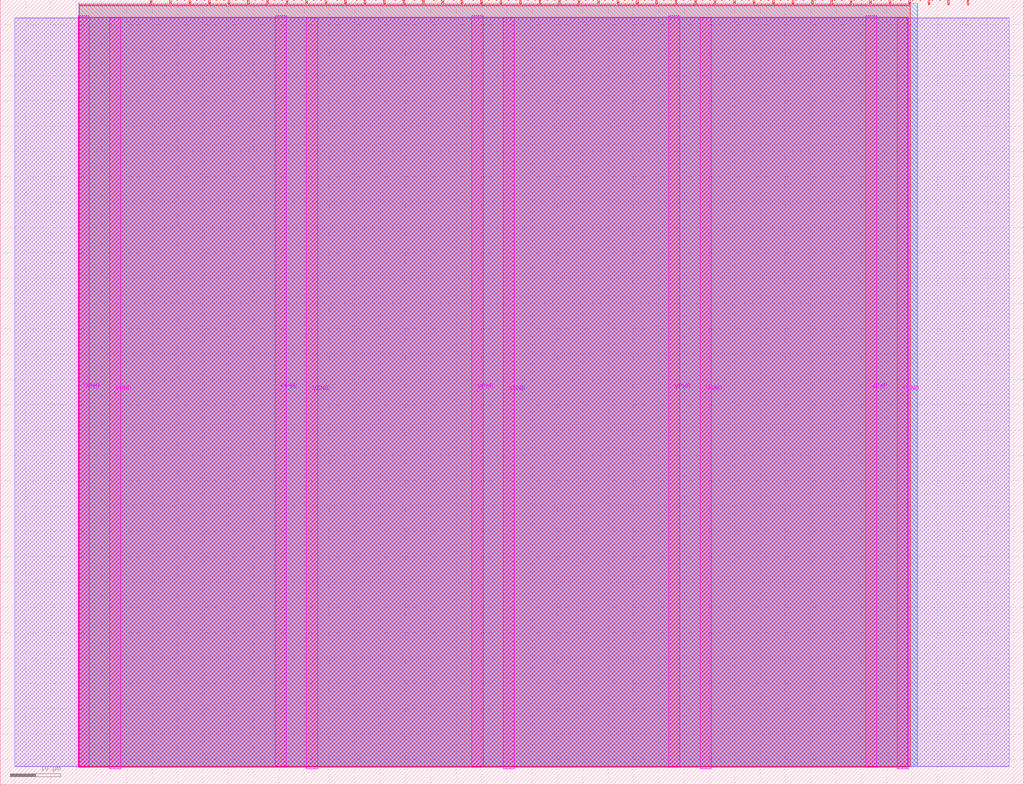
<source format=lef>
VERSION 5.7 ;
  NOWIREEXTENSIONATPIN ON ;
  DIVIDERCHAR "/" ;
  BUSBITCHARS "[]" ;
MACRO tt_um_wokwi_455303279765848065
  CLASS BLOCK ;
  FOREIGN tt_um_wokwi_455303279765848065 ;
  ORIGIN 0.000 0.000 ;
  SIZE 202.080 BY 154.980 ;
  PIN VGND
    DIRECTION INOUT ;
    USE GROUND ;
    PORT
      LAYER TopMetal1 ;
        RECT 21.580 3.150 23.780 151.420 ;
    END
    PORT
      LAYER TopMetal1 ;
        RECT 60.450 3.150 62.650 151.420 ;
    END
    PORT
      LAYER TopMetal1 ;
        RECT 99.320 3.150 101.520 151.420 ;
    END
    PORT
      LAYER TopMetal1 ;
        RECT 138.190 3.150 140.390 151.420 ;
    END
    PORT
      LAYER TopMetal1 ;
        RECT 177.060 3.150 179.260 151.420 ;
    END
  END VGND
  PIN VPWR
    DIRECTION INOUT ;
    USE POWER ;
    PORT
      LAYER TopMetal1 ;
        RECT 15.380 3.560 17.580 151.830 ;
    END
    PORT
      LAYER TopMetal1 ;
        RECT 54.250 3.560 56.450 151.830 ;
    END
    PORT
      LAYER TopMetal1 ;
        RECT 93.120 3.560 95.320 151.830 ;
    END
    PORT
      LAYER TopMetal1 ;
        RECT 131.990 3.560 134.190 151.830 ;
    END
    PORT
      LAYER TopMetal1 ;
        RECT 170.860 3.560 173.060 151.830 ;
    END
  END VPWR
  PIN clk
    DIRECTION INPUT ;
    USE SIGNAL ;
    PORT
      LAYER Metal4 ;
        RECT 187.050 153.980 187.350 154.980 ;
    END
  END clk
  PIN ena
    DIRECTION INPUT ;
    USE SIGNAL ;
    PORT
      LAYER Metal4 ;
        RECT 190.890 153.980 191.190 154.980 ;
    END
  END ena
  PIN rst_n
    DIRECTION INPUT ;
    USE SIGNAL ;
    PORT
      LAYER Metal4 ;
        RECT 183.210 153.980 183.510 154.980 ;
    END
  END rst_n
  PIN ui_in[0]
    DIRECTION INPUT ;
    USE SIGNAL ;
    ANTENNAGATEAREA 0.180700 ;
    PORT
      LAYER Metal4 ;
        RECT 179.370 153.980 179.670 154.980 ;
    END
  END ui_in[0]
  PIN ui_in[1]
    DIRECTION INPUT ;
    USE SIGNAL ;
    ANTENNAGATEAREA 0.180700 ;
    PORT
      LAYER Metal4 ;
        RECT 175.530 153.980 175.830 154.980 ;
    END
  END ui_in[1]
  PIN ui_in[2]
    DIRECTION INPUT ;
    USE SIGNAL ;
    ANTENNAGATEAREA 0.180700 ;
    PORT
      LAYER Metal4 ;
        RECT 171.690 153.980 171.990 154.980 ;
    END
  END ui_in[2]
  PIN ui_in[3]
    DIRECTION INPUT ;
    USE SIGNAL ;
    ANTENNAGATEAREA 0.180700 ;
    PORT
      LAYER Metal4 ;
        RECT 167.850 153.980 168.150 154.980 ;
    END
  END ui_in[3]
  PIN ui_in[4]
    DIRECTION INPUT ;
    USE SIGNAL ;
    ANTENNAGATEAREA 0.180700 ;
    PORT
      LAYER Metal4 ;
        RECT 164.010 153.980 164.310 154.980 ;
    END
  END ui_in[4]
  PIN ui_in[5]
    DIRECTION INPUT ;
    USE SIGNAL ;
    ANTENNAGATEAREA 0.180700 ;
    PORT
      LAYER Metal4 ;
        RECT 160.170 153.980 160.470 154.980 ;
    END
  END ui_in[5]
  PIN ui_in[6]
    DIRECTION INPUT ;
    USE SIGNAL ;
    ANTENNAGATEAREA 0.180700 ;
    PORT
      LAYER Metal4 ;
        RECT 156.330 153.980 156.630 154.980 ;
    END
  END ui_in[6]
  PIN ui_in[7]
    DIRECTION INPUT ;
    USE SIGNAL ;
    ANTENNAGATEAREA 0.180700 ;
    PORT
      LAYER Metal4 ;
        RECT 152.490 153.980 152.790 154.980 ;
    END
  END ui_in[7]
  PIN uio_in[0]
    DIRECTION INPUT ;
    USE SIGNAL ;
    PORT
      LAYER Metal4 ;
        RECT 148.650 153.980 148.950 154.980 ;
    END
  END uio_in[0]
  PIN uio_in[1]
    DIRECTION INPUT ;
    USE SIGNAL ;
    PORT
      LAYER Metal4 ;
        RECT 144.810 153.980 145.110 154.980 ;
    END
  END uio_in[1]
  PIN uio_in[2]
    DIRECTION INPUT ;
    USE SIGNAL ;
    PORT
      LAYER Metal4 ;
        RECT 140.970 153.980 141.270 154.980 ;
    END
  END uio_in[2]
  PIN uio_in[3]
    DIRECTION INPUT ;
    USE SIGNAL ;
    PORT
      LAYER Metal4 ;
        RECT 137.130 153.980 137.430 154.980 ;
    END
  END uio_in[3]
  PIN uio_in[4]
    DIRECTION INPUT ;
    USE SIGNAL ;
    PORT
      LAYER Metal4 ;
        RECT 133.290 153.980 133.590 154.980 ;
    END
  END uio_in[4]
  PIN uio_in[5]
    DIRECTION INPUT ;
    USE SIGNAL ;
    PORT
      LAYER Metal4 ;
        RECT 129.450 153.980 129.750 154.980 ;
    END
  END uio_in[5]
  PIN uio_in[6]
    DIRECTION INPUT ;
    USE SIGNAL ;
    PORT
      LAYER Metal4 ;
        RECT 125.610 153.980 125.910 154.980 ;
    END
  END uio_in[6]
  PIN uio_in[7]
    DIRECTION INPUT ;
    USE SIGNAL ;
    PORT
      LAYER Metal4 ;
        RECT 121.770 153.980 122.070 154.980 ;
    END
  END uio_in[7]
  PIN uio_oe[0]
    DIRECTION OUTPUT ;
    USE SIGNAL ;
    ANTENNADIFFAREA 0.299200 ;
    PORT
      LAYER Metal4 ;
        RECT 56.490 153.980 56.790 154.980 ;
    END
  END uio_oe[0]
  PIN uio_oe[1]
    DIRECTION OUTPUT ;
    USE SIGNAL ;
    ANTENNADIFFAREA 0.299200 ;
    PORT
      LAYER Metal4 ;
        RECT 52.650 153.980 52.950 154.980 ;
    END
  END uio_oe[1]
  PIN uio_oe[2]
    DIRECTION OUTPUT ;
    USE SIGNAL ;
    ANTENNADIFFAREA 0.299200 ;
    PORT
      LAYER Metal4 ;
        RECT 48.810 153.980 49.110 154.980 ;
    END
  END uio_oe[2]
  PIN uio_oe[3]
    DIRECTION OUTPUT ;
    USE SIGNAL ;
    ANTENNADIFFAREA 0.299200 ;
    PORT
      LAYER Metal4 ;
        RECT 44.970 153.980 45.270 154.980 ;
    END
  END uio_oe[3]
  PIN uio_oe[4]
    DIRECTION OUTPUT ;
    USE SIGNAL ;
    ANTENNADIFFAREA 0.299200 ;
    PORT
      LAYER Metal4 ;
        RECT 41.130 153.980 41.430 154.980 ;
    END
  END uio_oe[4]
  PIN uio_oe[5]
    DIRECTION OUTPUT ;
    USE SIGNAL ;
    ANTENNADIFFAREA 0.299200 ;
    PORT
      LAYER Metal4 ;
        RECT 37.290 153.980 37.590 154.980 ;
    END
  END uio_oe[5]
  PIN uio_oe[6]
    DIRECTION OUTPUT ;
    USE SIGNAL ;
    ANTENNADIFFAREA 0.299200 ;
    PORT
      LAYER Metal4 ;
        RECT 33.450 153.980 33.750 154.980 ;
    END
  END uio_oe[6]
  PIN uio_oe[7]
    DIRECTION OUTPUT ;
    USE SIGNAL ;
    ANTENNADIFFAREA 0.299200 ;
    PORT
      LAYER Metal4 ;
        RECT 29.610 153.980 29.910 154.980 ;
    END
  END uio_oe[7]
  PIN uio_out[0]
    DIRECTION OUTPUT ;
    USE SIGNAL ;
    ANTENNADIFFAREA 0.299200 ;
    PORT
      LAYER Metal4 ;
        RECT 87.210 153.980 87.510 154.980 ;
    END
  END uio_out[0]
  PIN uio_out[1]
    DIRECTION OUTPUT ;
    USE SIGNAL ;
    ANTENNADIFFAREA 0.299200 ;
    PORT
      LAYER Metal4 ;
        RECT 83.370 153.980 83.670 154.980 ;
    END
  END uio_out[1]
  PIN uio_out[2]
    DIRECTION OUTPUT ;
    USE SIGNAL ;
    ANTENNADIFFAREA 0.299200 ;
    PORT
      LAYER Metal4 ;
        RECT 79.530 153.980 79.830 154.980 ;
    END
  END uio_out[2]
  PIN uio_out[3]
    DIRECTION OUTPUT ;
    USE SIGNAL ;
    ANTENNADIFFAREA 0.299200 ;
    PORT
      LAYER Metal4 ;
        RECT 75.690 153.980 75.990 154.980 ;
    END
  END uio_out[3]
  PIN uio_out[4]
    DIRECTION OUTPUT ;
    USE SIGNAL ;
    ANTENNADIFFAREA 0.299200 ;
    PORT
      LAYER Metal4 ;
        RECT 71.850 153.980 72.150 154.980 ;
    END
  END uio_out[4]
  PIN uio_out[5]
    DIRECTION OUTPUT ;
    USE SIGNAL ;
    ANTENNADIFFAREA 0.299200 ;
    PORT
      LAYER Metal4 ;
        RECT 68.010 153.980 68.310 154.980 ;
    END
  END uio_out[5]
  PIN uio_out[6]
    DIRECTION OUTPUT ;
    USE SIGNAL ;
    ANTENNADIFFAREA 0.299200 ;
    PORT
      LAYER Metal4 ;
        RECT 64.170 153.980 64.470 154.980 ;
    END
  END uio_out[6]
  PIN uio_out[7]
    DIRECTION OUTPUT ;
    USE SIGNAL ;
    ANTENNADIFFAREA 0.299200 ;
    PORT
      LAYER Metal4 ;
        RECT 60.330 153.980 60.630 154.980 ;
    END
  END uio_out[7]
  PIN uo_out[0]
    DIRECTION OUTPUT ;
    USE SIGNAL ;
    ANTENNADIFFAREA 0.708600 ;
    PORT
      LAYER Metal4 ;
        RECT 117.930 153.980 118.230 154.980 ;
    END
  END uo_out[0]
  PIN uo_out[1]
    DIRECTION OUTPUT ;
    USE SIGNAL ;
    ANTENNADIFFAREA 0.708600 ;
    PORT
      LAYER Metal4 ;
        RECT 114.090 153.980 114.390 154.980 ;
    END
  END uo_out[1]
  PIN uo_out[2]
    DIRECTION OUTPUT ;
    USE SIGNAL ;
    ANTENNADIFFAREA 0.708600 ;
    PORT
      LAYER Metal4 ;
        RECT 110.250 153.980 110.550 154.980 ;
    END
  END uo_out[2]
  PIN uo_out[3]
    DIRECTION OUTPUT ;
    USE SIGNAL ;
    ANTENNADIFFAREA 0.708600 ;
    PORT
      LAYER Metal4 ;
        RECT 106.410 153.980 106.710 154.980 ;
    END
  END uo_out[3]
  PIN uo_out[4]
    DIRECTION OUTPUT ;
    USE SIGNAL ;
    ANTENNADIFFAREA 0.708600 ;
    PORT
      LAYER Metal4 ;
        RECT 102.570 153.980 102.870 154.980 ;
    END
  END uo_out[4]
  PIN uo_out[5]
    DIRECTION OUTPUT ;
    USE SIGNAL ;
    ANTENNADIFFAREA 0.708600 ;
    PORT
      LAYER Metal4 ;
        RECT 98.730 153.980 99.030 154.980 ;
    END
  END uo_out[5]
  PIN uo_out[6]
    DIRECTION OUTPUT ;
    USE SIGNAL ;
    ANTENNADIFFAREA 0.708600 ;
    PORT
      LAYER Metal4 ;
        RECT 94.890 153.980 95.190 154.980 ;
    END
  END uo_out[6]
  PIN uo_out[7]
    DIRECTION OUTPUT ;
    USE SIGNAL ;
    ANTENNADIFFAREA 0.708600 ;
    PORT
      LAYER Metal4 ;
        RECT 91.050 153.980 91.350 154.980 ;
    END
  END uo_out[7]
  OBS
      LAYER GatPoly ;
        RECT 2.880 3.630 199.200 151.350 ;
      LAYER Metal1 ;
        RECT 2.880 3.560 199.200 151.420 ;
      LAYER Metal2 ;
        RECT 15.560 3.635 181.065 154.285 ;
      LAYER Metal3 ;
        RECT 15.515 3.680 181.105 154.240 ;
      LAYER Metal4 ;
        RECT 15.560 153.770 29.400 153.980 ;
        RECT 30.120 153.770 33.240 153.980 ;
        RECT 33.960 153.770 37.080 153.980 ;
        RECT 37.800 153.770 40.920 153.980 ;
        RECT 41.640 153.770 44.760 153.980 ;
        RECT 45.480 153.770 48.600 153.980 ;
        RECT 49.320 153.770 52.440 153.980 ;
        RECT 53.160 153.770 56.280 153.980 ;
        RECT 57.000 153.770 60.120 153.980 ;
        RECT 60.840 153.770 63.960 153.980 ;
        RECT 64.680 153.770 67.800 153.980 ;
        RECT 68.520 153.770 71.640 153.980 ;
        RECT 72.360 153.770 75.480 153.980 ;
        RECT 76.200 153.770 79.320 153.980 ;
        RECT 80.040 153.770 83.160 153.980 ;
        RECT 83.880 153.770 87.000 153.980 ;
        RECT 87.720 153.770 90.840 153.980 ;
        RECT 91.560 153.770 94.680 153.980 ;
        RECT 95.400 153.770 98.520 153.980 ;
        RECT 99.240 153.770 102.360 153.980 ;
        RECT 103.080 153.770 106.200 153.980 ;
        RECT 106.920 153.770 110.040 153.980 ;
        RECT 110.760 153.770 113.880 153.980 ;
        RECT 114.600 153.770 117.720 153.980 ;
        RECT 118.440 153.770 121.560 153.980 ;
        RECT 122.280 153.770 125.400 153.980 ;
        RECT 126.120 153.770 129.240 153.980 ;
        RECT 129.960 153.770 133.080 153.980 ;
        RECT 133.800 153.770 136.920 153.980 ;
        RECT 137.640 153.770 140.760 153.980 ;
        RECT 141.480 153.770 144.600 153.980 ;
        RECT 145.320 153.770 148.440 153.980 ;
        RECT 149.160 153.770 152.280 153.980 ;
        RECT 153.000 153.770 156.120 153.980 ;
        RECT 156.840 153.770 159.960 153.980 ;
        RECT 160.680 153.770 163.800 153.980 ;
        RECT 164.520 153.770 167.640 153.980 ;
        RECT 168.360 153.770 171.480 153.980 ;
        RECT 172.200 153.770 175.320 153.980 ;
        RECT 176.040 153.770 179.160 153.980 ;
        RECT 15.560 3.635 179.620 153.770 ;
      LAYER Metal5 ;
        RECT 15.515 3.470 179.125 151.510 ;
  END
END tt_um_wokwi_455303279765848065
END LIBRARY


</source>
